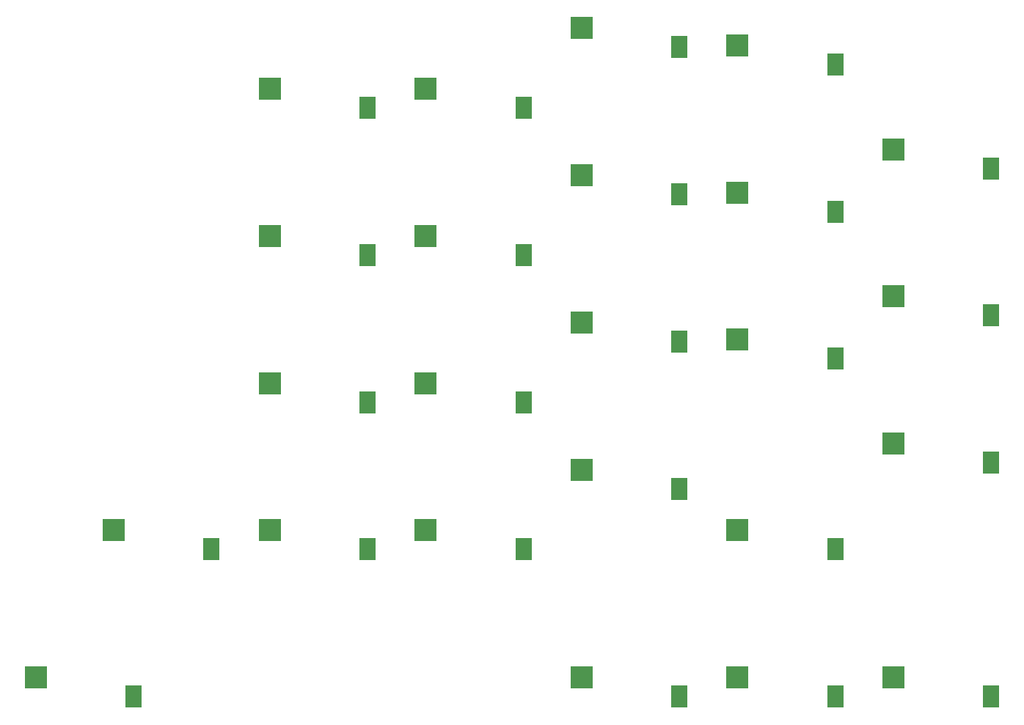
<source format=gbp>
%TF.GenerationSoftware,KiCad,Pcbnew,(5.99.0-12766-g4a3658027e)*%
%TF.CreationDate,2021-12-04T14:11:47+09:00*%
%TF.ProjectId,right,72696768-742e-46b6-9963-61645f706362,rev?*%
%TF.SameCoordinates,Original*%
%TF.FileFunction,Paste,Bot*%
%TF.FilePolarity,Positive*%
%FSLAX46Y46*%
G04 Gerber Fmt 4.6, Leading zero omitted, Abs format (unit mm)*
G04 Created by KiCad (PCBNEW (5.99.0-12766-g4a3658027e)) date 2021-12-04 14:11:47*
%MOMM*%
%LPD*%
G01*
G04 APERTURE LIST*
%ADD10R,2.600000X2.600000*%
%ADD11R,1.950000X2.600000*%
G04 APERTURE END LIST*
D10*
%TO.C,SW24*%
X190700000Y-27250000D03*
D11*
X202000000Y-29450000D03*
%TD*%
D10*
%TO.C,SW25*%
X190700000Y-44250000D03*
D11*
X202000000Y-46450000D03*
%TD*%
D10*
%TO.C,SW26*%
X190700000Y-61250000D03*
D11*
X202000000Y-63450000D03*
%TD*%
D10*
%TO.C,SW28*%
X226700000Y-95250000D03*
D11*
X238000000Y-97450000D03*
%TD*%
D10*
%TO.C,SW29*%
X208700000Y-27250000D03*
D11*
X220000000Y-29450000D03*
%TD*%
D10*
%TO.C,SW30*%
X208700000Y-44250000D03*
D11*
X220000000Y-46450000D03*
%TD*%
D10*
%TO.C,SW31*%
X208700000Y-61250000D03*
D11*
X220000000Y-63450000D03*
%TD*%
D10*
%TO.C,SW33*%
X244700000Y-78250000D03*
D11*
X256000000Y-80450000D03*
%TD*%
D10*
%TO.C,SW34*%
X226700000Y-20250000D03*
D11*
X238000000Y-22450000D03*
%TD*%
D10*
%TO.C,SW35*%
X226700000Y-37250000D03*
D11*
X238000000Y-39450000D03*
%TD*%
D10*
%TO.C,SW36*%
X226700000Y-54250000D03*
D11*
X238000000Y-56450000D03*
%TD*%
D10*
%TO.C,SW38*%
X244700000Y-95250000D03*
D11*
X256000000Y-97450000D03*
%TD*%
D10*
%TO.C,SW39*%
X244700000Y-22250000D03*
D11*
X256000000Y-24450000D03*
%TD*%
D10*
%TO.C,SW40*%
X244700000Y-39250000D03*
D11*
X256000000Y-41450000D03*
%TD*%
D10*
%TO.C,SW41*%
X244700000Y-56250000D03*
D11*
X256000000Y-58450000D03*
%TD*%
D10*
%TO.C,SW43*%
X262700000Y-34250000D03*
D11*
X274000000Y-36450000D03*
%TD*%
D10*
%TO.C,SW44*%
X262700000Y-51250000D03*
D11*
X274000000Y-53450000D03*
%TD*%
D10*
%TO.C,SW45*%
X262700000Y-68250000D03*
D11*
X274000000Y-70450000D03*
%TD*%
D10*
%TO.C,SW37*%
X190700000Y-78250000D03*
D11*
X202000000Y-80450000D03*
%TD*%
D10*
%TO.C,SW42*%
X208700000Y-78250000D03*
D11*
X220000000Y-80450000D03*
%TD*%
D10*
%TO.C,SW32*%
X172700000Y-78250000D03*
D11*
X184000000Y-80450000D03*
%TD*%
D10*
%TO.C,SW27*%
X163700000Y-95250000D03*
D11*
X175000000Y-97450000D03*
%TD*%
D10*
%TO.C,SW46*%
X226700000Y-71250000D03*
D11*
X238000000Y-73450000D03*
%TD*%
D10*
%TO.C,SW50*%
X262700000Y-95250000D03*
D11*
X274000000Y-97450000D03*
%TD*%
M02*

</source>
